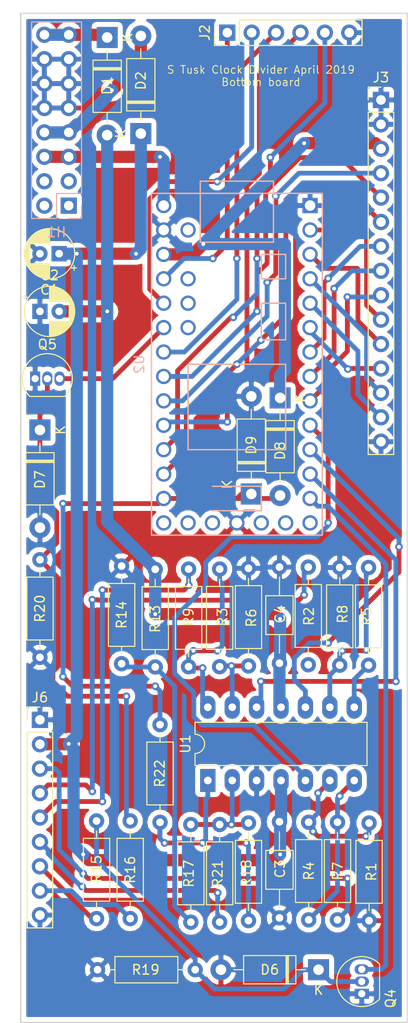
<source format=kicad_pcb>
(kicad_pcb (version 20171130) (host pcbnew "(5.0.1)-3")
  (layers (0 F.Cu signal) (31 B.Cu signal) (34 B.Paste user) (35 F.Paste user) (36 B.SilkS user) (37 F.SilkS user) (38 B.Mask user) (39 F.Mask user) (44 Edge.Cuts user))
  (net 0 "")
  (net 1 +12V)
  (net 2 GND)
  (net 3 -12V)
  (net 4 /+12V_in)
  (net 5 /-12V_in)
  (net 6 "Net-(D6-Pad1)")
  (net 7 "Net-(D7-Pad1)")
  (net 8 /CV_in)
  (net 9 /+3_3V)
  (net 10 "Net-(H1-Pad1)")
  (net 11 "Net-(H1-Pad2)")
  (net 12 "Net-(H1-Pad3)")
  (net 13 "Net-(H1-Pad4)")
  (net 14 +5V)
  (net 15 /LED_Sh_B)
  (net 16 /Pot_Length)
  (net 17 /Pot_Divisions)
  (net 18 /Pot_CVamt)
  (net 19 /EncoderA)
  (net 20 /EncoderB)
  (net 21 /EncoderSw)
  (net 22 /SW_DivEuc1)
  (net 23 /SW_DivEuc2)
  (net 24 /SW_CVassgn)
  (net 25 /SW_OutMode1)
  (net 26 /SW_OutMode2)
  (net 27 /Rin_B)
  (net 28 /CLin_B)
  (net 29 /CVin_B)
  (net 30 /OutT_B)
  (net 31 /OutM_B)
  (net 32 /OutC_B)
  (net 33 /Trigger_in)
  (net 34 /Cycle_in)
  (net 35 "Net-(R1-Pad1)")
  (net 36 "Net-(R2-Pad1)")
  (net 37 "Net-(R3-Pad1)")
  (net 38 "Net-(R4-Pad1)")
  (net 39 "Net-(R5-Pad1)")
  (net 40 "Net-(R6-Pad1)")
  (net 41 /Vref)
  (net 42 "Net-(R17-Pad1)")
  (net 43 "Net-(R21-Pad1)")
  (net 44 /CV_ind_LED_Length)
  (net 45 /CV_ind_LED_Divs)
  (net 46 /CV_ind_LED_shift)
  (net 47 /CV_ind_LED_shuffle)
  (net 48 /DigiOut_out)
  (net 49 /DigiOut_Cycle)
  (net 50 /DigiOut_Thru)
  (net 51 "Net-(U2-Pad18)")
  (net 52 "Net-(U2-Pad19)")
  (net 53 "Net-(U2-Pad20)")
  (net 54 "Net-(U2-Pad16)")
  (net 55 "Net-(U2-Pad15)")
  (net 56 "Net-(U2-Pad14)")
  (net 57 "Net-(U2-Pad34)")
  (net 58 "Net-(U2-Pad35)")
  (net 59 "Net-(U2-Pad36)")
  (net 60 "Net-(U2-Pad37)")
  (module Capacitor_THT:C_Axial_L3.8mm_D2.6mm_P10.00mm_Horizontal (layer F.Cu) (at 88.431834 109.106702 90)
    (fp_text reference C3 (at 5.106702 0.068166 90) (layer F.SilkS))
    (fp_text value C)
    (pad 2 thru_hole oval (at 10 0 90) (size 1.6 1.6) (drill 0.8) (layers *.Cu *.Mask) (net 1 +12V))
    (pad 1 thru_hole circle (at 0 0 90) (size 1.6 1.6) (drill 0.8) (layers *.Cu *.Mask) (net 2 GND))
  )
  (module Capacitor_THT:C_Axial_L3.8mm_D2.6mm_P10.00mm_Horizontal (layer F.Cu) (at 88.431834 82.606702 90)
    (fp_text reference C4 (at 5.106702 0.068166 90) (layer F.SilkS))
    (fp_text value C)
    (pad 2 thru_hole oval (at 10 0 90) (size 1.6 1.6) (drill 0.8) (layers *.Cu *.Mask) (net 2 GND))
    (pad 1 thru_hole circle (at 0 0 90) (size 1.6 1.6) (drill 0.8) (layers *.Cu *.Mask) (net 3 -12V))
  )
  (module Capacitor_THT:CP_Radial_D5.0mm_P2.00mm (layer F.Cu) (at 65.5 40 180)
    (fp_text reference C1 (at 1 -3.75 180) (layer F.SilkS))
    (fp_text value 10uF)
    (pad 1 thru_hole rect (at 0 0 180) (size 1.6 1.6) (drill 0.8) (layers *.Cu *.Mask) (net 1 +12V))
    (pad 2 thru_hole circle (at 2 0 180) (size 1.6 1.6) (drill 0.8) (layers *.Cu *.Mask) (net 2 GND))
  )
  (module Capacitor_THT:CP_Radial_D5.0mm_P2.00mm (layer F.Cu) (at 63.5 46)
    (fp_text reference C2 (at 1 -3.75) (layer F.SilkS))
    (fp_text value 10uF)
    (pad 2 thru_hole circle (at 2 0) (size 1.6 1.6) (drill 0.8) (layers *.Cu *.Mask) (net 3 -12V))
    (pad 1 thru_hole rect (at 0 0) (size 1.6 1.6) (drill 0.8) (layers *.Cu *.Mask) (net 2 GND))
  )
  (module Diode_THT:D_DO-41_SOD81_P10.16mm_Horizontal (layer F.Cu) (at 74 27.5 90)
    (fp_text reference D1 (at 5 -3.5 90) (layer F.SilkS))
    (fp_text value 1N4001)
    (fp_text user K (at 0 -2.1 90) (layer F.SilkS))
    (pad 2 thru_hole oval (at 10.16 0 90) (size 2.2 2.2) (drill 1.1) (layers *.Cu *.Mask) (net 4 /+12V_in))
    (pad 1 thru_hole rect (at 0 0 90) (size 2.2 2.2) (drill 1.1) (layers *.Cu *.Mask) (net 1 +12V))
  )
  (module Diode_THT:D_DO-41_SOD81_P10.16mm_Horizontal (layer F.Cu) (at 70.5 17.5 270)
    (fp_text reference D2 (at 4.5 -3.5 270) (layer F.SilkS))
    (fp_text value 1N4001)
    (fp_text user K (at 0 -2.1 270) (layer F.SilkS))
    (pad 1 thru_hole rect (at 0 0 270) (size 2.2 2.2) (drill 1.1) (layers *.Cu *.Mask) (net 5 /-12V_in))
    (pad 2 thru_hole oval (at 10.16 0 270) (size 2.2 2.2) (drill 1.1) (layers *.Cu *.Mask) (net 3 -12V))
  )
  (module Diode_THT:D_DO-41_SOD81_P10.16mm_Horizontal (layer F.Cu) (at 92.5 114.5 180)
    (fp_text reference D6 (at 5.08 0 180) (layer F.SilkS))
    (fp_text value 1N4001)
    (fp_text user K (at 0 -2.1 180) (layer F.SilkS))
    (pad 1 thru_hole rect (at 0 0 180) (size 2.2 2.2) (drill 1.1) (layers *.Cu *.Mask) (net 6 "Net-(D6-Pad1)"))
    (pad 2 thru_hole oval (at 10.16 0 180) (size 2.2 2.2) (drill 1.1) (layers *.Cu *.Mask) (net 2 GND))
  )
  (module Diode_THT:D_DO-41_SOD81_P10.16mm_Horizontal (layer F.Cu) (at 63.5 58.34 270)
    (fp_text reference D7 (at 5.16 0 270) (layer F.SilkS))
    (fp_text value 1N4001)
    (fp_text user K (at 0 -2.1 270) (layer F.SilkS))
    (pad 1 thru_hole rect (at 0 0 270) (size 2.2 2.2) (drill 1.1) (layers *.Cu *.Mask) (net 7 "Net-(D7-Pad1)"))
    (pad 2 thru_hole oval (at 10.16 0 270) (size 2.2 2.2) (drill 1.1) (layers *.Cu *.Mask) (net 2 GND))
  )
  (module Diode_THT:D_DO-41_SOD81_P10.16mm_Horizontal (layer F.Cu) (at 88.5 55 270)
    (fp_text reference D8 (at 5.5 0 270) (layer F.SilkS))
    (fp_text value 1N4001)
    (fp_text user K (at 0 -2.1 270) (layer F.SilkS))
    (pad 2 thru_hole oval (at 10.16 0 270) (size 2.2 2.2) (drill 1.1) (layers *.Cu *.Mask) (net 8 /CV_in))
    (pad 1 thru_hole rect (at 0 0 270) (size 2.2 2.2) (drill 1.1) (layers *.Cu *.Mask) (net 9 /+3_3V))
  )
  (module Diode_THT:D_DO-41_SOD81_P10.16mm_Horizontal (layer F.Cu) (at 85.5 65 90)
    (fp_text reference D9 (at 5.08 0 90) (layer F.SilkS))
    (fp_text value 1N4001)
    (fp_text user K (at 1 -2.5 90) (layer F.SilkS))
    (pad 2 thru_hole oval (at 10.16 0 90) (size 2.2 2.2) (drill 1.1) (layers *.Cu *.Mask) (net 2 GND))
    (pad 1 thru_hole rect (at 0 0 90) (size 2.2 2.2) (drill 1.1) (layers *.Cu *.Mask) (net 8 /CV_in))
  )
  (module Connector_PinSocket_2.54mm:PinSocket_2x08_P2.54mm_Vertical (layer B.Cu) (at 66.5 35)
    (fp_text reference H1 (at -1.27 2.77) (layer B.SilkS) (effects (justify mirror)))
    (fp_text value EURO_PWR_2X8)
    (pad 1 thru_hole rect (at 0 0) (size 1.7 1.7) (drill 1) (layers *.Cu *.Mask) (net 10 "Net-(H1-Pad1)"))
    (pad 2 thru_hole oval (at -2.54 0) (size 1.7 1.7) (drill 1) (layers *.Cu *.Mask) (net 11 "Net-(H1-Pad2)"))
    (pad 3 thru_hole oval (at 0 -2.54) (size 1.7 1.7) (drill 1) (layers *.Cu *.Mask) (net 12 "Net-(H1-Pad3)"))
    (pad 4 thru_hole oval (at -2.54 -2.54) (size 1.7 1.7) (drill 1) (layers *.Cu *.Mask) (net 13 "Net-(H1-Pad4)"))
    (pad 5 thru_hole oval (at 0 -5.08) (size 1.7 1.7) (drill 1) (layers *.Cu *.Mask) (net 14 +5V))
    (pad 6 thru_hole oval (at -2.54 -5.08) (size 1.7 1.7) (drill 1) (layers *.Cu *.Mask) (net 14 +5V))
    (pad 7 thru_hole oval (at 0 -7.62) (size 1.7 1.7) (drill 1) (layers *.Cu *.Mask) (net 4 /+12V_in))
    (pad 8 thru_hole oval (at -2.54 -7.62) (size 1.7 1.7) (drill 1) (layers *.Cu *.Mask) (net 4 /+12V_in))
    (pad 9 thru_hole oval (at 0 -10.16) (size 1.7 1.7) (drill 1) (layers *.Cu *.Mask) (net 2 GND))
    (pad 10 thru_hole oval (at -2.54 -10.16) (size 1.7 1.7) (drill 1) (layers *.Cu *.Mask) (net 2 GND))
    (pad 11 thru_hole oval (at 0 -12.7) (size 1.7 1.7) (drill 1) (layers *.Cu *.Mask) (net 2 GND))
    (pad 12 thru_hole oval (at -2.54 -12.7) (size 1.7 1.7) (drill 1) (layers *.Cu *.Mask) (net 2 GND))
    (pad 13 thru_hole oval (at 0 -15.24) (size 1.7 1.7) (drill 1) (layers *.Cu *.Mask) (net 2 GND))
    (pad 14 thru_hole oval (at -2.54 -15.24) (size 1.7 1.7) (drill 1) (layers *.Cu *.Mask) (net 2 GND))
    (pad 15 thru_hole oval (at 0 -17.78) (size 1.7 1.7) (drill 1) (layers *.Cu *.Mask) (net 5 /-12V_in))
    (pad 16 thru_hole oval (at -2.54 -17.78) (size 1.7 1.7) (drill 1) (layers *.Cu *.Mask) (net 5 /-12V_in))
  )
  (module Connector_PinHeader_2.54mm:PinHeader_1x06_P2.54mm_Vertical (layer F.Cu) (at 83 17 90)
    (fp_text reference J2 (at 0 -2.33 90) (layer F.SilkS))
    (fp_text value Conn_01x06_Male)
    (pad 6 thru_hole oval (at 0 12.7 90) (size 1.7 1.7) (drill 1) (layers *.Cu *.Mask) (net 2 GND))
    (pad 5 thru_hole oval (at 0 10.16 90) (size 1.7 1.7) (drill 1) (layers *.Cu *.Mask) (net 15 /LED_Sh_B))
    (pad 4 thru_hole oval (at 0 7.62 90) (size 1.7 1.7) (drill 1) (layers *.Cu *.Mask) (net 47 /CV_ind_LED_shuffle))
    (pad 3 thru_hole oval (at 0 5.08 90) (size 1.7 1.7) (drill 1) (layers *.Cu *.Mask) (net 46 /CV_ind_LED_shift))
    (pad 2 thru_hole oval (at 0 2.54 90) (size 1.7 1.7) (drill 1) (layers *.Cu *.Mask) (net 45 /CV_ind_LED_Divs))
    (pad 1 thru_hole rect (at 0 0 90) (size 1.7 1.7) (drill 1) (layers *.Cu *.Mask) (net 44 /CV_ind_LED_Length))
  )
  (module Connector_PinHeader_2.54mm:PinHeader_1x15_P2.54mm_Vertical (layer F.Cu) (at 99 24)
    (fp_text reference J3 (at 0 -2.33) (layer F.SilkS))
    (fp_text value Conn_01x15_Male)
    (pad 1 thru_hole rect (at 0 0) (size 1.7 1.7) (drill 1) (layers *.Cu *.Mask) (net 2 GND))
    (pad 2 thru_hole oval (at 0 2.54) (size 1.7 1.7) (drill 1) (layers *.Cu *.Mask) (net 2 GND))
    (pad 3 thru_hole oval (at 0 5.08) (size 1.7 1.7) (drill 1) (layers *.Cu *.Mask) (net 9 /+3_3V))
    (pad 4 thru_hole oval (at 0 7.62) (size 1.7 1.7) (drill 1) (layers *.Cu *.Mask) (net 16 /Pot_Length))
    (pad 5 thru_hole oval (at 0 10.16) (size 1.7 1.7) (drill 1) (layers *.Cu *.Mask) (net 17 /Pot_Divisions))
    (pad 6 thru_hole oval (at 0 12.7) (size 1.7 1.7) (drill 1) (layers *.Cu *.Mask) (net 18 /Pot_CVamt))
    (pad 7 thru_hole oval (at 0 15.24) (size 1.7 1.7) (drill 1) (layers *.Cu *.Mask) (net 19 /EncoderA))
    (pad 8 thru_hole oval (at 0 17.78) (size 1.7 1.7) (drill 1) (layers *.Cu *.Mask) (net 20 /EncoderB))
    (pad 9 thru_hole oval (at 0 20.32) (size 1.7 1.7) (drill 1) (layers *.Cu *.Mask) (net 21 /EncoderSw))
    (pad 10 thru_hole oval (at 0 22.86) (size 1.7 1.7) (drill 1) (layers *.Cu *.Mask) (net 22 /SW_DivEuc1))
    (pad 11 thru_hole oval (at 0 25.4) (size 1.7 1.7) (drill 1) (layers *.Cu *.Mask) (net 23 /SW_DivEuc2))
    (pad 12 thru_hole oval (at 0 27.94) (size 1.7 1.7) (drill 1) (layers *.Cu *.Mask) (net 24 /SW_CVassgn))
    (pad 13 thru_hole oval (at 0 30.48) (size 1.7 1.7) (drill 1) (layers *.Cu *.Mask) (net 25 /SW_OutMode1))
    (pad 14 thru_hole oval (at 0 33.02) (size 1.7 1.7) (drill 1) (layers *.Cu *.Mask) (net 26 /SW_OutMode2))
    (pad 15 thru_hole oval (at 0 35.56) (size 1.7 1.7) (drill 1) (layers *.Cu *.Mask) (net 2 GND))
  )
  (module Connector_PinHeader_2.54mm:PinHeader_1x09_P2.54mm_Vertical (layer F.Cu) (at 63.5 88.5)
    (fp_text reference J6 (at 0 -2.33) (layer F.SilkS))
    (fp_text value Conn_01x09_Male)
    (pad 9 thru_hole oval (at 0 20.32) (size 1.7 1.7) (drill 1) (layers *.Cu *.Mask) (net 2 GND))
    (pad 8 thru_hole oval (at 0 17.78) (size 1.7 1.7) (drill 1) (layers *.Cu *.Mask) (net 27 /Rin_B))
    (pad 7 thru_hole oval (at 0 15.24) (size 1.7 1.7) (drill 1) (layers *.Cu *.Mask) (net 28 /CLin_B))
    (pad 6 thru_hole oval (at 0 12.7) (size 1.7 1.7) (drill 1) (layers *.Cu *.Mask) (net 29 /CVin_B))
    (pad 5 thru_hole oval (at 0 10.16) (size 1.7 1.7) (drill 1) (layers *.Cu *.Mask) (net 30 /OutT_B))
    (pad 4 thru_hole oval (at 0 7.62) (size 1.7 1.7) (drill 1) (layers *.Cu *.Mask) (net 31 /OutM_B))
    (pad 3 thru_hole oval (at 0 5.08) (size 1.7 1.7) (drill 1) (layers *.Cu *.Mask) (net 32 /OutC_B))
    (pad 2 thru_hole oval (at 0 2.54) (size 1.7 1.7) (drill 1) (layers *.Cu *.Mask) (net 1 +12V))
    (pad 1 thru_hole rect (at 0 0) (size 1.7 1.7) (drill 1) (layers *.Cu *.Mask) (net 2 GND))
  )
  (module Package_TO_SOT_THT:TO-92_Inline (layer F.Cu) (at 97 117 90)
    (fp_text reference Q4 (at -0.5 3 90) (layer F.SilkS))
    (fp_text value 2N3904)
    (pad 1 thru_hole rect (at 0 0 90) (size 1.05 1.5) (drill 0.75) (layers *.Cu *.Mask) (net 2 GND))
    (pad 3 thru_hole oval (at 2.54 0 90) (size 1.05 1.5) (drill 0.75) (layers *.Cu *.Mask) (net 33 /Trigger_in))
    (pad 2 thru_hole oval (at 1.27 0 90) (size 1.05 1.5) (drill 0.75) (layers *.Cu *.Mask) (net 6 "Net-(D6-Pad1)"))
  )
  (module Package_TO_SOT_THT:TO-92_Inline (layer F.Cu) (at 63 53)
    (fp_text reference Q5 (at 1.27 -3.56) (layer F.SilkS))
    (fp_text value 2N3904)
    (pad 2 thru_hole oval (at 1.27 0) (size 1.05 1.5) (drill 0.75) (layers *.Cu *.Mask) (net 7 "Net-(D7-Pad1)"))
    (pad 3 thru_hole oval (at 2.54 0) (size 1.05 1.5) (drill 0.75) (layers *.Cu *.Mask) (net 34 /Cycle_in))
    (pad 1 thru_hole rect (at 0 0) (size 1.05 1.5) (drill 0.75) (layers *.Cu *.Mask) (net 2 GND))
  )
  (module Resistor_THT:R_Axial_DIN0207_L6.3mm_D2.5mm_P10.16mm_Horizontal (layer F.Cu) (at 97.75909 99.236542 270)
    (fp_text reference R1 (at 5.08 -0.24091 270) (layer F.SilkS))
    (fp_text value 100k)
    (pad 1 thru_hole circle (at 0 0 270) (size 1.6 1.6) (drill 0.8) (layers *.Cu *.Mask) (net 35 "Net-(R1-Pad1)"))
    (pad 2 thru_hole oval (at 10.16 0 270) (size 1.6 1.6) (drill 0.8) (layers *.Cu *.Mask) (net 2 GND))
  )
  (module Resistor_THT:R_Axial_DIN0207_L6.3mm_D2.5mm_P10.16mm_Horizontal (layer F.Cu) (at 94.705873 82.811486 90)
    (fp_text reference R2 (at 5.08 -3.205873 90) (layer F.SilkS))
    (fp_text value 100k)
    (pad 2 thru_hole oval (at 10.16 0 90) (size 1.6 1.6) (drill 0.8) (layers *.Cu *.Mask) (net 2 GND))
    (pad 1 thru_hole circle (at 0 0 90) (size 1.6 1.6) (drill 0.8) (layers *.Cu *.Mask) (net 36 "Net-(R2-Pad1)"))
  )
  (module Resistor_THT:R_Axial_DIN0207_L6.3mm_D2.5mm_P10.16mm_Horizontal (layer F.Cu) (at 85.205873 82.890678 90)
    (fp_text reference R3 (at 5.08 -2.705873 90) (layer F.SilkS))
    (fp_text value 100k)
    (pad 1 thru_hole circle (at 0 0 90) (size 1.6 1.6) (drill 0.8) (layers *.Cu *.Mask) (net 37 "Net-(R3-Pad1)"))
    (pad 2 thru_hole oval (at 10.16 0 90) (size 1.6 1.6) (drill 0.8) (layers *.Cu *.Mask) (net 2 GND))
  )
  (module Resistor_THT:R_Axial_DIN0207_L6.3mm_D2.5mm_P10.16mm_Horizontal (layer F.Cu) (at 91.473391 109.311486 90)
    (fp_text reference R4 (at 5.08 0.026609 90) (layer F.SilkS))
    (fp_text value 47k)
    (pad 2 thru_hole oval (at 10.16 0 90) (size 1.6 1.6) (drill 0.8) (layers *.Cu *.Mask) (net 35 "Net-(R1-Pad1)"))
    (pad 1 thru_hole circle (at 0 0 90) (size 1.6 1.6) (drill 0.8) (layers *.Cu *.Mask) (net 38 "Net-(R4-Pad1)"))
  )
  (module Resistor_THT:R_Axial_DIN0207_L6.3mm_D2.5mm_P10.16mm_Horizontal (layer F.Cu) (at 97.705873 82.811486 90)
    (fp_text reference R5 (at 5.08 -0.205873 90) (layer F.SilkS))
    (fp_text value 47k)
    (pad 1 thru_hole circle (at 0 0 90) (size 1.6 1.6) (drill 0.8) (layers *.Cu *.Mask) (net 39 "Net-(R5-Pad1)"))
    (pad 2 thru_hole oval (at 10.16 0 90) (size 1.6 1.6) (drill 0.8) (layers *.Cu *.Mask) (net 36 "Net-(R2-Pad1)"))
  )
  (module Resistor_THT:R_Axial_DIN0207_L6.3mm_D2.5mm_P10.16mm_Horizontal (layer F.Cu) (at 82.205873 72.811486 270)
    (fp_text reference R6 (at 5.08 -3.294127 270) (layer F.SilkS))
    (fp_text value 47k)
    (pad 1 thru_hole circle (at 0 0 270) (size 1.6 1.6) (drill 0.8) (layers *.Cu *.Mask) (net 40 "Net-(R6-Pad1)"))
    (pad 2 thru_hole oval (at 10.16 0 270) (size 1.6 1.6) (drill 0.8) (layers *.Cu *.Mask) (net 37 "Net-(R3-Pad1)"))
  )
  (module Resistor_THT:R_Axial_DIN0207_L6.3mm_D2.5mm_P10.16mm_Horizontal (layer F.Cu) (at 94.473391 109.311486 90)
    (fp_text reference R7 (at 5.08 0.026609 90) (layer F.SilkS))
    (fp_text value 1k)
    (pad 1 thru_hole circle (at 0 0 90) (size 1.6 1.6) (drill 0.8) (layers *.Cu *.Mask) (net 32 /OutC_B))
    (pad 2 thru_hole oval (at 10.16 0 90) (size 1.6 1.6) (drill 0.8) (layers *.Cu *.Mask) (net 38 "Net-(R4-Pad1)"))
  )
  (module Resistor_THT:R_Axial_DIN0207_L6.3mm_D2.5mm_P10.16mm_Horizontal (layer F.Cu) (at 91.431834 72.606702 270)
    (fp_text reference R8 (at 4.893298 -3.568166 270) (layer F.SilkS))
    (fp_text value 1k)
    (pad 1 thru_hole circle (at 0 0 270) (size 1.6 1.6) (drill 0.8) (layers *.Cu *.Mask) (net 31 /OutM_B))
    (pad 2 thru_hole oval (at 10.16 0 270) (size 1.6 1.6) (drill 0.8) (layers *.Cu *.Mask) (net 39 "Net-(R5-Pad1)"))
  )
  (module Resistor_THT:R_Axial_DIN0207_L6.3mm_D2.5mm_P10.16mm_Horizontal (layer F.Cu) (at 78.973391 72.811486 270)
    (fp_text reference R9 (at 5 0 270) (layer F.SilkS))
    (fp_text value 1k)
    (pad 2 thru_hole oval (at 10.16 0 270) (size 1.6 1.6) (drill 0.8) (layers *.Cu *.Mask) (net 40 "Net-(R6-Pad1)"))
    (pad 1 thru_hole circle (at 0 0 270) (size 1.6 1.6) (drill 0.8) (layers *.Cu *.Mask) (net 30 /OutT_B))
  )
  (module Resistor_THT:R_Axial_DIN0207_L6.3mm_D2.5mm_P10.16mm_Horizontal (layer F.Cu) (at 75.5 83 90)
    (fp_text reference R13 (at 5 0 90) (layer F.SilkS))
    (fp_text value 11k)
    (pad 2 thru_hole oval (at 10.16 0 90) (size 1.6 1.6) (drill 0.8) (layers *.Cu *.Mask) (net 3 -12V))
    (pad 1 thru_hole circle (at 0 0 90) (size 1.6 1.6) (drill 0.8) (layers *.Cu *.Mask) (net 41 /Vref))
  )
  (module Resistor_THT:R_Axial_DIN0207_L6.3mm_D2.5mm_P10.16mm_Horizontal (layer F.Cu) (at 72 72.5 270)
    (fp_text reference R14 (at 5.08 0 270) (layer F.SilkS))
    (fp_text value 91k)
    (pad 2 thru_hole oval (at 10.16 0 270) (size 1.6 1.6) (drill 0.8) (layers *.Cu *.Mask) (net 41 /Vref))
    (pad 1 thru_hole circle (at 0 0 270) (size 1.6 1.6) (drill 0.8) (layers *.Cu *.Mask) (net 2 GND))
  )
  (module Resistor_THT:R_Axial_DIN0207_L6.3mm_D2.5mm_P10.16mm_Horizontal (layer F.Cu) (at 69.394226 99.018477 270)
    (fp_text reference R15 (at 5 0 270) (layer F.SilkS))
    (fp_text value 100k)
    (pad 1 thru_hole circle (at 0 0 270) (size 1.6 1.6) (drill 0.8) (layers *.Cu *.Mask) (net 6 "Net-(D6-Pad1)"))
    (pad 2 thru_hole oval (at 10.16 0 270) (size 1.6 1.6) (drill 0.8) (layers *.Cu *.Mask) (net 28 /CLin_B))
  )
  (module Resistor_THT:R_Axial_DIN0207_L6.3mm_D2.5mm_P10.16mm_Horizontal (layer F.Cu) (at 72.894226 99.018477 270)
    (fp_text reference R16 (at 5.08 0 270) (layer F.SilkS))
    (fp_text value 100k)
    (pad 2 thru_hole oval (at 10.16 0 270) (size 1.6 1.6) (drill 0.8) (layers *.Cu *.Mask) (net 27 /Rin_B))
    (pad 1 thru_hole circle (at 0 0 270) (size 1.6 1.6) (drill 0.8) (layers *.Cu *.Mask) (net 7 "Net-(D7-Pad1)"))
  )
  (module Resistor_THT:R_Axial_DIN0207_L6.3mm_D2.5mm_P10.16mm_Horizontal (layer F.Cu) (at 79.205873 99.390678 270)
    (fp_text reference R17 (at 5.109322 0.205873 270) (layer F.SilkS))
    (fp_text value 100k)
    (pad 1 thru_hole circle (at 0 0 270) (size 1.6 1.6) (drill 0.8) (layers *.Cu *.Mask) (net 42 "Net-(R17-Pad1)"))
    (pad 2 thru_hole oval (at 10.16 0 270) (size 1.6 1.6) (drill 0.8) (layers *.Cu *.Mask) (net 41 /Vref))
  )
  (module Resistor_THT:R_Axial_DIN0207_L6.3mm_D2.5mm_P10.16mm_Horizontal (layer F.Cu) (at 82.205873 99.390678 270)
    (fp_text reference R18 (at 5.08 -2.794127 270) (layer F.SilkS))
    (fp_text value 100k)
    (pad 2 thru_hole oval (at 10.16 0 270) (size 1.6 1.6) (drill 0.8) (layers *.Cu *.Mask) (net 29 /CVin_B))
    (pad 1 thru_hole circle (at 0 0 270) (size 1.6 1.6) (drill 0.8) (layers *.Cu *.Mask) (net 42 "Net-(R17-Pad1)"))
  )
  (module Resistor_THT:R_Axial_DIN0207_L6.3mm_D2.5mm_P10.16mm_Horizontal (layer F.Cu) (at 69.5 114.5)
    (fp_text reference R19 (at 5 0) (layer F.SilkS))
    (fp_text value 33k)
    (pad 2 thru_hole oval (at 10.16 0) (size 1.6 1.6) (drill 0.8) (layers *.Cu *.Mask) (net 6 "Net-(D6-Pad1)"))
    (pad 1 thru_hole circle (at 0 0) (size 1.6 1.6) (drill 0.8) (layers *.Cu *.Mask) (net 2 GND))
  )
  (module Resistor_THT:R_Axial_DIN0207_L6.3mm_D2.5mm_P10.16mm_Horizontal (layer F.Cu) (at 63.5 82 90)
    (fp_text reference R20 (at 5.08 0 90) (layer F.SilkS))
    (fp_text value 33k)
    (pad 1 thru_hole circle (at 0 0 90) (size 1.6 1.6) (drill 0.8) (layers *.Cu *.Mask) (net 2 GND))
    (pad 2 thru_hole oval (at 10.16 0 90) (size 1.6 1.6) (drill 0.8) (layers *.Cu *.Mask) (net 7 "Net-(D7-Pad1)"))
  )
  (module Resistor_THT:R_Axial_DIN0207_L6.3mm_D2.5mm_P10.16mm_Horizontal (layer F.Cu) (at 85.205873 109.390678 90)
    (fp_text reference R21 (at 4.890678 -3.205873 90) (layer F.SilkS))
    (fp_text value 15k)
    (pad 1 thru_hole circle (at 0 0 90) (size 1.6 1.6) (drill 0.8) (layers *.Cu *.Mask) (net 43 "Net-(R21-Pad1)"))
    (pad 2 thru_hole oval (at 10.16 0 90) (size 1.6 1.6) (drill 0.8) (layers *.Cu *.Mask) (net 42 "Net-(R17-Pad1)"))
  )
  (module Resistor_THT:R_Axial_DIN0207_L6.3mm_D2.5mm_P10.16mm_Horizontal (layer F.Cu) (at 76 89 270)
    (fp_text reference R22 (at 5.08 0.026609 270) (layer F.SilkS))
    (fp_text value 10k)
    (pad 2 thru_hole oval (at 10.16 0 270) (size 1.6 1.6) (drill 0.8) (layers *.Cu *.Mask) (net 43 "Net-(R21-Pad1)"))
    (pad 1 thru_hole circle (at 0 0 270) (size 1.6 1.6) (drill 0.8) (layers *.Cu *.Mask) (net 8 /CV_in))
  )
  (module Package_DIP:DIP-14_W7.62mm_LongPads (layer F.Cu) (at 80.973391 94.811486 90)
    (fp_text reference U1 (at 3.81 -2.33 90) (layer F.SilkS))
    (fp_text value TL074)
    (pad 1 thru_hole rect (at 0 0 90) (size 2.4 1.6) (drill 0.8) (layers *.Cu *.Mask) (net 43 "Net-(R21-Pad1)"))
    (pad 8 thru_hole oval (at 7.62 15.24 90) (size 2.4 1.6) (drill 0.8) (layers *.Cu *.Mask) (net 39 "Net-(R5-Pad1)"))
    (pad 2 thru_hole oval (at 0 2.54 90) (size 2.4 1.6) (drill 0.8) (layers *.Cu *.Mask) (net 42 "Net-(R17-Pad1)"))
    (pad 9 thru_hole oval (at 7.62 12.7 90) (size 2.4 1.6) (drill 0.8) (layers *.Cu *.Mask) (net 36 "Net-(R2-Pad1)"))
    (pad 3 thru_hole oval (at 0 5.08 90) (size 2.4 1.6) (drill 0.8) (layers *.Cu *.Mask) (net 2 GND))
    (pad 10 thru_hole oval (at 7.62 10.16 90) (size 2.4 1.6) (drill 0.8) (layers *.Cu *.Mask) (net 48 /DigiOut_out))
    (pad 4 thru_hole oval (at 0 7.62 90) (size 2.4 1.6) (drill 0.8) (layers *.Cu *.Mask) (net 1 +12V))
    (pad 11 thru_hole oval (at 7.62 7.62 90) (size 2.4 1.6) (drill 0.8) (layers *.Cu *.Mask) (net 3 -12V))
    (pad 5 thru_hole oval (at 0 10.16 90) (size 2.4 1.6) (drill 0.8) (layers *.Cu *.Mask) (net 49 /DigiOut_Cycle))
    (pad 12 thru_hole oval (at 7.62 5.08 90) (size 2.4 1.6) (drill 0.8) (layers *.Cu *.Mask) (net 50 /DigiOut_Thru))
    (pad 6 thru_hole oval (at 0 12.7 90) (size 2.4 1.6) (drill 0.8) (layers *.Cu *.Mask) (net 35 "Net-(R1-Pad1)"))
    (pad 13 thru_hole oval (at 7.62 2.54 90) (size 2.4 1.6) (drill 0.8) (layers *.Cu *.Mask) (net 37 "Net-(R3-Pad1)"))
    (pad 7 thru_hole oval (at 0 15.24 90) (size 2.4 1.6) (drill 0.8) (layers *.Cu *.Mask) (net 38 "Net-(R4-Pad1)"))
    (pad 14 thru_hole oval (at 7.62 0 90) (size 2.4 1.6) (drill 0.8) (layers *.Cu *.Mask) (net 40 "Net-(R6-Pad1)"))
  )
  (module teensy:TeensyLC_fixed_pads (layer B.Cu) (at 84 51.5 270)
    (fp_text reference U2 (at 0 10.16 270) (layer B.SilkS) (effects (justify mirror)))
    (fp_text value Teensy-LC)
    (pad 17 thru_hole circle (at 16.51 0 270) (size 1.6 1.6) (drill 1.1) (layers *.Cu *.Mask) (net 2 GND))
    (pad 18 thru_hole circle (at 16.51 2.54 270) (size 1.6 1.6) (drill 1.1) (layers *.Cu *.Mask) (net 51 "Net-(U2-Pad18)"))
    (pad 19 thru_hole circle (at 16.51 5.08 270) (size 1.6 1.6) (drill 1.1) (layers *.Cu *.Mask) (net 52 "Net-(U2-Pad19)"))
    (pad 20 thru_hole circle (at 16.51 7.62 270) (size 1.6 1.6) (drill 1.1) (layers *.Cu *.Mask) (net 53 "Net-(U2-Pad20)"))
    (pad 16 thru_hole circle (at 16.51 -2.54 270) (size 1.6 1.6) (drill 1.1) (layers *.Cu *.Mask) (net 54 "Net-(U2-Pad16)"))
    (pad 15 thru_hole circle (at 16.51 -5.08 270) (size 1.6 1.6) (drill 1.1) (layers *.Cu *.Mask) (net 55 "Net-(U2-Pad15)"))
    (pad 14 thru_hole circle (at 16.51 -7.62 270) (size 1.6 1.6) (drill 1.1) (layers *.Cu *.Mask) (net 56 "Net-(U2-Pad14)"))
    (pad 21 thru_hole circle (at 13.97 7.62 270) (size 1.6 1.6) (drill 1.1) (layers *.Cu *.Mask) (net 8 /CV_in))
    (pad 22 thru_hole circle (at 11.43 7.62 270) (size 1.6 1.6) (drill 1.1) (layers *.Cu *.Mask) (net 18 /Pot_CVamt))
    (pad 23 thru_hole circle (at 8.89 7.62 270) (size 1.6 1.6) (drill 1.1) (layers *.Cu *.Mask) (net 15 /LED_Sh_B))
    (pad 24 thru_hole circle (at 6.35 7.62 270) (size 1.6 1.6) (drill 1.1) (layers *.Cu *.Mask) (net 47 /CV_ind_LED_shuffle))
    (pad 25 thru_hole circle (at 3.81 7.62 270) (size 1.6 1.6) (drill 1.1) (layers *.Cu *.Mask) (net 16 /Pot_Length))
    (pad 26 thru_hole circle (at 1.27 7.62 270) (size 1.6 1.6) (drill 1.1) (layers *.Cu *.Mask) (net 17 /Pot_Divisions))
    (pad 27 thru_hole circle (at -1.27 7.62 270) (size 1.6 1.6) (drill 1.1) (layers *.Cu *.Mask) (net 46 /CV_ind_LED_shift))
    (pad 28 thru_hole circle (at -3.81 7.62 270) (size 1.6 1.6) (drill 1.1) (layers *.Cu *.Mask) (net 34 /Cycle_in))
    (pad 29 thru_hole circle (at -6.35 7.62 270) (size 1.6 1.6) (drill 1.1) (layers *.Cu *.Mask) (net 45 /CV_ind_LED_Divs))
    (pad 30 thru_hole circle (at -8.89 7.62 270) (size 1.6 1.6) (drill 1.1) (layers *.Cu *.Mask) (net 44 /CV_ind_LED_Length))
    (pad 31 thru_hole circle (at -11.43 7.62 270) (size 1.6 1.6) (drill 1.1) (layers *.Cu *.Mask) (net 9 /+3_3V))
    (pad 32 thru_hole circle (at -13.97 7.62 270) (size 1.6 1.6) (drill 1.1) (layers *.Cu *.Mask) (net 2 GND))
    (pad 33 thru_hole circle (at -16.51 7.62 270) (size 1.6 1.6) (drill 1.1) (layers *.Cu *.Mask) (net 14 +5V))
    (pad 34 thru_hole circle (at -13.97 5.08 270) (size 1.6 1.6) (drill 1.1) (layers *.Cu *.Mask) (net 57 "Net-(U2-Pad34)"))
    (pad 35 thru_hole circle (at -8.89 5.08 270) (size 1.6 1.6) (drill 1.1) (layers *.Cu *.Mask) (net 58 "Net-(U2-Pad35)"))
    (pad 36 thru_hole circle (at -6.35 5.08 270) (size 1.6 1.6) (drill 1.1) (layers *.Cu *.Mask) (net 59 "Net-(U2-Pad36)"))
    (pad 37 thru_hole circle (at -3.81 5.08 270) (size 1.6 1.6) (drill 1.1) (layers *.Cu *.Mask) (net 60 "Net-(U2-Pad37)"))
    (pad 13 thru_hole circle (at 13.97 -7.62 270) (size 1.6 1.6) (drill 1.1) (layers *.Cu *.Mask) (net 33 /Trigger_in))
    (pad 12 thru_hole circle (at 11.43 -7.62 270) (size 1.6 1.6) (drill 1.1) (layers *.Cu *.Mask) (net 50 /DigiOut_Thru))
    (pad 11 thru_hole circle (at 8.89 -7.62 270) (size 1.6 1.6) (drill 1.1) (layers *.Cu *.Mask) (net 48 /DigiOut_out))
    (pad 10 thru_hole circle (at 6.35 -7.62 270) (size 1.6 1.6) (drill 1.1) (layers *.Cu *.Mask) (net 49 /DigiOut_Cycle))
    (pad 9 thru_hole circle (at 3.81 -7.62 270) (size 1.6 1.6) (drill 1.1) (layers *.Cu *.Mask) (net 21 /EncoderSw))
    (pad 8 thru_hole circle (at 1.27 -7.62 270) (size 1.6 1.6) (drill 1.1) (layers *.Cu *.Mask) (net 20 /EncoderB))
    (pad 7 thru_hole circle (at -1.27 -7.62 270) (size 1.6 1.6) (drill 1.1) (layers *.Cu *.Mask) (net 19 /EncoderA))
    (pad 6 thru_hole circle (at -3.81 -7.62 270) (size 1.6 1.6) (drill 1.1) (layers *.Cu *.Mask) (net 24 /SW_CVassgn))
    (pad 5 thru_hole circle (at -6.35 -7.62 270) (size 1.6 1.6) (drill 1.1) (layers *.Cu *.Mask) (net 26 /SW_OutMode2))
    (pad 4 thru_hole circle (at -8.89 -7.62 270) (size 1.6 1.6) (drill 1.1) (layers *.Cu *.Mask) (net 25 /SW_OutMode1))
    (pad 3 thru_hole circle (at -11.43 -7.62 270) (size 1.6 1.6) (drill 1.1) (layers *.Cu *.Mask) (net 23 /SW_DivEuc2))
    (pad 2 thru_hole circle (at -13.97 -7.62 270) (size 1.6 1.6) (drill 1.1) (layers *.Cu *.Mask) (net 22 /SW_DivEuc1))
    (pad 1 thru_hole rect (at -16.51 -7.62 270) (size 1.6 1.6) (drill 1.1) (layers *.Cu *.Mask) (net 2 GND))
  )
  (gr_text "S Tusk Clock Divider April 2019\nBottom board" (at 86.5 21.5) (layer F.SilkS) (effects (font (size 0.8 0.8) (thickness 0.1))))
  (gr_line (start 61.5 120) (end 101.75 120) (layer Edge.Cuts) (width 0.15))
  (gr_line (start 101.75 15) (end 101.75 120) (layer Edge.Cuts) (width 0.15))
  (gr_line (start 61.5 15) (end 61.5 120) (layer Edge.Cuts) (width 0.15))
  (gr_line (start 61.5 15) (end 101.75 15) (layer Edge.Cuts) (width 0.15))
  (segment (start 88.593391 98.945145) (end 88.431834 99.106702) (width 1.27) (layer B.Cu) (net 1))
  (segment (start 88.593391 94.811486) (end 88.593391 98.945145) (width 1.27) (layer B.Cu) (net 1))
  (segment (start 74 27.5) (end 74 27.635) (width 1.27) (layer F.Cu) (net 1))
  (segment (start 65.5 40) (end 67.32999 40) (width 1.27) (layer B.Cu) (net 1))
  (via (at 66.5 91) (size 1.2) (drill 0.4) (layers F.Cu B.Cu) (net 1))
  (segment (start 63.5 91.04) (end 66.46 91.04) (width 1.27) (layer F.Cu) (net 1))
  (segment (start 66.46 91.04) (end 66.5 91) (width 1.27) (layer F.Cu) (net 1))
  (segment (start 66.5 91) (end 67 91.5) (width 1.27) (layer B.Cu) (net 1))
  (via (at 68 102.5) (size 1.2) (drill 0.4) (layers F.Cu B.Cu) (net 1))
  (segment (start 67 91.5) (end 67 101.5) (width 1.27) (layer B.Cu) (net 1))
  (segment (start 67 101.5) (end 68 102.5) (width 1.27) (layer B.Cu) (net 1))
  (via (at 88.5 102.5) (size 1.2) (drill 0.4) (layers F.Cu B.Cu) (net 1))
  (segment (start 87.900001 103.099999) (end 88.5 102.5) (width 1.27) (layer F.Cu) (net 1))
  (segment (start 68 102.5) (end 68.599999 103.099999) (width 1.27) (layer F.Cu) (net 1))
  (segment (start 68.599999 103.099999) (end 87.900001 103.099999) (width 1.27) (layer F.Cu) (net 1))
  (segment (start 88.5 99.174868) (end 88.431834 99.106702) (width 1.27) (layer B.Cu) (net 1))
  (segment (start 88.5 102.5) (end 88.5 99.174868) (width 1.27) (layer B.Cu) (net 1))
  (segment (start 67.099999 90.400001) (end 66.5 91) (width 1.27) (layer B.Cu) (net 1))
  (segment (start 67.335001 90.164999) (end 67.099999 90.400001) (width 1.27) (layer B.Cu) (net 1))
  (segment (start 67.335001 45.119199) (end 67.335001 90.164999) (width 1.27) (layer B.Cu) (net 1))
  (segment (start 67.32999 45.114188) (end 67.335001 45.119199) (width 1.27) (layer B.Cu) (net 1))
  (segment (start 67.32999 40) (end 67.32999 45.114188) (width 1.27) (layer B.Cu) (net 1))
  (via (at 73.5 40) (size 1.2) (drill 0.4) (layers F.Cu B.Cu) (net 1))
  (segment (start 74 27.5) (end 74 39.5) (width 1.27) (layer B.Cu) (net 1))
  (segment (start 74 39.5) (end 73.5 40) (width 1.27) (layer B.Cu) (net 1))
  (via (at 67.32999 40) (size 1.2) (drill 0.4) (layers F.Cu B.Cu) (net 1))
  (segment (start 73.5 40) (end 67.32999 40) (width 1.27) (layer F.Cu) (net 1))
  (segment (start 66.5 19.76) (end 63.96 19.76) (width 0.5) (layer B.Cu) (net 2))
  (segment (start 63.96 19.76) (end 63.96 22.3) (width 0.5) (layer B.Cu) (net 2))
  (segment (start 63.96 22.3) (end 63.96 24.84) (width 0.5) (layer B.Cu) (net 2))
  (segment (start 63.96 24.84) (end 66.5 24.84) (width 0.5) (layer B.Cu) (net 2))
  (segment (start 66.5 24.84) (end 66.5 22.3) (width 0.5) (layer B.Cu) (net 2))
  (segment (start 66.5 22.3) (end 66.5 19.76) (width 0.5) (layer B.Cu) (net 2))
  (segment (start 66.5 22.3) (end 63.96 22.3) (width 0.5) (layer B.Cu) (net 2))
  (segment (start 88.431834 87.029929) (end 88.593391 87.191486) (width 1.27) (layer B.Cu) (net 3))
  (segment (start 88.431834 82.606702) (end 88.431834 87.029929) (width 1.27) (layer B.Cu) (net 3))
  (via (at 88.5 78) (size 1.2) (drill 0.4) (layers F.Cu B.Cu) (net 3))
  (segment (start 88 77.5) (end 88.5 78) (width 1.27) (layer F.Cu) (net 3))
  (segment (start 88.5 82.538536) (end 88.431834 82.606702) (width 1.27) (layer B.Cu) (net 3))
  (segment (start 88.5 78) (end 88.5 82.538536) (width 1.27) (layer B.Cu) (net 3))
  (via (at 75.5 77.5) (size 1.2) (drill 0.4) (layers F.Cu B.Cu) (net 3))
  (segment (start 75.5 72.84) (end 75.5 77.5) (width 1.27) (layer B.Cu) (net 3))
  (segment (start 75.5 77.5) (end 88 77.5) (width 1.27) (layer F.Cu) (net 3))
  (via (at 70.5 46) (size 1.2) (drill 0.4) (layers F.Cu B.Cu) (net 3))
  (segment (start 65.5 46) (end 70.5 46) (width 1.27) (layer F.Cu) (net 3))
  (segment (start 70.5 27.66) (end 70.5 46) (width 1.27) (layer B.Cu) (net 3))
  (segment (start 70.5 67.84) (end 75.5 72.84) (width 1.27) (layer B.Cu) (net 3))
  (segment (start 70.5 46) (end 70.5 67.84) (width 1.27) (layer B.Cu) (net 3))
  (via (at 71 23) (size 1.2) (drill 0.4) (layers F.Cu B.Cu) (net 4))
  (segment (start 74 17.34) (end 74 20) (width 1.27) (layer F.Cu) (net 4))
  (segment (start 74 20) (end 71 23) (width 1.27) (layer F.Cu) (net 4))
  (segment (start 67.349999 26.530001) (end 66.5 27.38) (width 1.27) (layer B.Cu) (net 4))
  (segment (start 67.599801 26.530001) (end 67.349999 26.530001) (width 1.27) (layer B.Cu) (net 4))
  (segment (start 70.400001 23.729801) (end 67.599801 26.530001) (width 1.27) (layer B.Cu) (net 4))
  (segment (start 70.400001 23.599999) (end 70.400001 23.729801) (width 1.27) (layer B.Cu) (net 4))
  (segment (start 71 23) (end 70.400001 23.599999) (width 1.27) (layer B.Cu) (net 4))
  (segment (start 66.5 27.38) (end 63.96 27.38) (width 1.27) (layer B.Cu) (net 4))
  (segment (start 70.22 17.22) (end 70.5 17.5) (width 1.27) (layer F.Cu) (net 5))
  (segment (start 66.5 17.22) (end 70.22 17.22) (width 1.27) (layer F.Cu) (net 5))
  (segment (start 66.5 17.22) (end 63.96 17.22) (width 1.27) (layer B.Cu) (net 5))
  (segment (start 93.73 115.73) (end 92.5 114.5) (width 0.5) (layer B.Cu) (net 6))
  (segment (start 97 115.73) (end 93.73 115.73) (width 0.5) (layer B.Cu) (net 6))
  (segment (start 90.9 114.5) (end 92.5 114.5) (width 0.5) (layer B.Cu) (net 6))
  (segment (start 88.9 116.5) (end 90.9 114.5) (width 0.5) (layer B.Cu) (net 6))
  (segment (start 81.66 116.5) (end 88.9 116.5) (width 0.5) (layer B.Cu) (net 6))
  (segment (start 79.66 114.5) (end 81.66 116.5) (width 0.5) (layer B.Cu) (net 6))
  (segment (start 69.394226 100.149847) (end 69.394226 99.018477) (width 0.5) (layer B.Cu) (net 6))
  (segment (start 69.394226 103.102856) (end 69.394226 100.149847) (width 0.5) (layer B.Cu) (net 6))
  (segment (start 79.66 113.36863) (end 69.394226 103.102856) (width 0.5) (layer B.Cu) (net 6))
  (segment (start 79.66 114.5) (end 79.66 113.36863) (width 0.5) (layer B.Cu) (net 6))
  (segment (start 64.27 54.25) (end 64.27 53) (width 0.5) (layer F.Cu) (net 7))
  (segment (start 64.27 55.97) (end 64.27 54.25) (width 0.5) (layer F.Cu) (net 7))
  (segment (start 63.5 56.74) (end 64.27 55.97) (width 0.5) (layer F.Cu) (net 7))
  (segment (start 63.5 58.34) (end 63.5 56.74) (width 0.5) (layer F.Cu) (net 7))
  (segment (start 63.5 59.94) (end 63.5 58.34) (width 0.5) (layer F.Cu) (net 7))
  (segment (start 63.5 65.154001) (end 63.5 59.94) (width 0.5) (layer F.Cu) (net 7))
  (segment (start 65.250001 66.904002) (end 63.5 65.154001) (width 0.5) (layer F.Cu) (net 7))
  (segment (start 65.250001 70.089999) (end 65.250001 66.904002) (width 0.5) (layer F.Cu) (net 7))
  (segment (start 63.5 71.84) (end 65.250001 70.089999) (width 0.5) (layer F.Cu) (net 7))
  (via (at 72.5 86.05) (size 0.8) (drill 0.4) (layers F.Cu B.Cu) (net 7))
  (segment (start 65.396 73.736) (end 65.396 82.949999) (width 0.5) (layer F.Cu) (net 7))
  (segment (start 63.5 71.84) (end 65.396 73.736) (width 0.5) (layer F.Cu) (net 7))
  (segment (start 65.396 82.949999) (end 64.85 83.495999) (width 0.5) (layer F.Cu) (net 7))
  (segment (start 64.85 83.495999) (end 64.85 84.504001) (width 0.5) (layer F.Cu) (net 7))
  (segment (start 64.85 84.504001) (end 66.395999 86.05) (width 0.5) (layer F.Cu) (net 7))
  (segment (start 66.395999 86.05) (end 72.5 86.05) (width 0.5) (layer F.Cu) (net 7))
  (segment (start 72.5 98.624251) (end 72.894226 99.018477) (width 0.5) (layer B.Cu) (net 7))
  (segment (start 72.5 86.05) (end 72.5 98.624251) (width 0.5) (layer B.Cu) (net 7))
  (via (at 75.5 85) (size 0.8) (drill 0.4) (layers F.Cu B.Cu) (net 8))
  (segment (start 76 89) (end 76 85.5) (width 0.5) (layer B.Cu) (net 8))
  (segment (start 76 85.5) (end 75.5 85) (width 0.5) (layer B.Cu) (net 8))
  (via (at 65.900001 84) (size 0.8) (drill 0.4) (layers F.Cu B.Cu) (net 8))
  (segment (start 75.5 85) (end 66.900001 85) (width 0.5) (layer F.Cu) (net 8))
  (segment (start 66.900001 85) (end 65.900001 84) (width 0.5) (layer F.Cu) (net 8))
  (via (at 65.900001 66) (size 0.8) (drill 0.4) (layers F.Cu B.Cu) (net 8))
  (segment (start 65.900001 84) (end 65.900001 66) (width 0.5) (layer B.Cu) (net 8))
  (segment (start 75.85 66) (end 76.38 65.47) (width 0.5) (layer F.Cu) (net 8))
  (segment (start 65.900001 66) (end 75.85 66) (width 0.5) (layer F.Cu) (net 8))
  (segment (start 88.19 65.47) (end 88.5 65.16) (width 0.5) (layer F.Cu) (net 8))
  (segment (start 84.47 65) (end 84 65.47) (width 0.5) (layer F.Cu) (net 8))
  (segment (start 85.5 65) (end 84.47 65) (width 0.5) (layer F.Cu) (net 8))
  (segment (start 76.38 65.47) (end 84 65.47) (width 0.5) (layer F.Cu) (net 8))
  (segment (start 84 65.47) (end 88.19 65.47) (width 0.5) (layer F.Cu) (net 8))
  (via (at 80.5 39) (size 1.2) (drill 0.4) (layers F.Cu B.Cu) (net 9))
  (segment (start 76.38 40.07) (end 79.43 40.07) (width 1.27) (layer F.Cu) (net 9))
  (segment (start 79.43 40.07) (end 80.5 39) (width 1.27) (layer F.Cu) (net 9))
  (segment (start 80.5 39) (end 81 38.5) (width 1.27) (layer B.Cu) (net 9))
  (via (at 91 28.5) (size 1.2) (drill 0.4) (layers F.Cu B.Cu) (net 9))
  (segment (start 81 38.5) (end 91 28.5) (width 1.27) (layer B.Cu) (net 9))
  (segment (start 98.42 28.5) (end 99 29.08) (width 1.27) (layer F.Cu) (net 9))
  (segment (start 91 28.5) (end 98.42 28.5) (width 1.27) (layer F.Cu) (net 9))
  (segment (start 88.5 52.63) (end 88.5 55) (width 1.27) (layer B.Cu) (net 9))
  (segment (start 89 52.13) (end 88.5 52.63) (width 1.27) (layer B.Cu) (net 9))
  (segment (start 89 39) (end 89 52.13) (width 1.27) (layer B.Cu) (net 9))
  (segment (start 80.5 39) (end 89 39) (width 1.27) (layer B.Cu) (net 9))
  (segment (start 63.96 29.92) (end 66.5 29.92) (width 1.27) (layer F.Cu) (net 14))
  (via (at 76 29.92) (size 1.2) (drill 0.4) (layers F.Cu B.Cu) (net 14))
  (segment (start 76.38 30.3) (end 76 29.92) (width 1.27) (layer B.Cu) (net 14))
  (segment (start 76.38 34.99) (end 76.38 30.3) (width 1.27) (layer B.Cu) (net 14))
  (segment (start 66.5 29.92) (end 76 29.92) (width 1.27) (layer F.Cu) (net 14))
  (via (at 87.485301 29.985301) (size 0.8) (drill 0.4) (layers F.Cu B.Cu) (net 15))
  (segment (start 93.16 17) (end 93.16 24.310602) (width 0.5) (layer B.Cu) (net 15))
  (segment (start 93.16 24.310602) (end 87.485301 29.985301) (width 0.5) (layer B.Cu) (net 15))
  (segment (start 77.830001 58.939999) (end 77.830001 52.169999) (width 0.5) (layer F.Cu) (net 15))
  (segment (start 76.38 60.39) (end 77.830001 58.939999) (width 0.5) (layer F.Cu) (net 15))
  (via (at 83.620464 46.620464) (size 0.8) (drill 0.4) (layers F.Cu B.Cu) (net 15))
  (segment (start 77.830001 52.169999) (end 83.379536 46.620464) (width 0.5) (layer F.Cu) (net 15))
  (segment (start 83.379536 46.620464) (end 83.620464 46.620464) (width 0.5) (layer F.Cu) (net 15))
  (via (at 86.100001 40.5) (size 0.8) (drill 0.4) (layers F.Cu B.Cu) (net 15))
  (segment (start 83.620464 46.620464) (end 86.100001 44.140927) (width 0.5) (layer B.Cu) (net 15))
  (segment (start 86.100001 44.140927) (end 86.100001 40.5) (width 0.5) (layer B.Cu) (net 15))
  (segment (start 87.485301 30.550986) (end 87.485301 29.985301) (width 0.5) (layer F.Cu) (net 15))
  (segment (start 87.485301 31.787505) (end 87.485301 30.550986) (width 0.5) (layer F.Cu) (net 15))
  (segment (start 86.100001 33.172805) (end 87.485301 31.787505) (width 0.5) (layer F.Cu) (net 15))
  (segment (start 86.100001 40.5) (end 86.100001 33.172805) (width 0.5) (layer F.Cu) (net 15))
  (via (at 87.150001 43) (size 0.8) (drill 0.4) (layers F.Cu B.Cu) (net 16))
  (segment (start 87.150001 46.504002) (end 87.150001 43) (width 0.5) (layer B.Cu) (net 16))
  (segment (start 76.38 55.31) (end 78.344003 55.31) (width 0.5) (layer B.Cu) (net 16))
  (segment (start 78.344003 55.31) (end 87.150001 46.504002) (width 0.5) (layer B.Cu) (net 16))
  (via (at 88.050011 34.015269) (size 0.8) (drill 0.4) (layers F.Cu B.Cu) (net 16))
  (segment (start 99 31.62) (end 90.44528 31.62) (width 0.5) (layer B.Cu) (net 16))
  (segment (start 90.44528 31.62) (end 88.050011 34.015269) (width 0.5) (layer B.Cu) (net 16))
  (segment (start 88.050011 42.09999) (end 87.150001 43) (width 0.5) (layer F.Cu) (net 16))
  (segment (start 88.050011 34.015269) (end 88.050011 42.09999) (width 0.5) (layer F.Cu) (net 16))
  (via (at 86.100001 46) (size 0.8) (drill 0.4) (layers F.Cu B.Cu) (net 17))
  (segment (start 76.38 52.77) (end 79.330001 52.77) (width 0.5) (layer B.Cu) (net 17))
  (segment (start 79.330001 52.77) (end 86.100001 46) (width 0.5) (layer B.Cu) (net 17))
  (segment (start 87.150002 39.650002) (end 87.000011 39.500011) (width 0.5) (layer F.Cu) (net 17))
  (segment (start 87.150002 41.004001) (end 87.150002 39.650002) (width 0.5) (layer F.Cu) (net 17))
  (segment (start 86.100001 46) (end 86.100001 42.054002) (width 0.5) (layer F.Cu) (net 17))
  (segment (start 86.100001 42.054002) (end 87.150002 41.004001) (width 0.5) (layer F.Cu) (net 17))
  (segment (start 87.000011 33.545601) (end 90.545612 30) (width 0.5) (layer F.Cu) (net 17))
  (segment (start 87.000011 39.500011) (end 87.000011 33.545601) (width 0.5) (layer F.Cu) (net 17))
  (segment (start 94.84 30) (end 99 34.16) (width 0.5) (layer F.Cu) (net 17))
  (segment (start 90.545612 30) (end 94.84 30) (width 0.5) (layer F.Cu) (net 17))
  (via (at 84 51.5) (size 0.8) (drill 0.4) (layers F.Cu B.Cu) (net 18))
  (segment (start 78.730011 56.769989) (end 84 51.5) (width 0.5) (layer F.Cu) (net 18))
  (segment (start 76.38 62.93) (end 78.730011 60.579989) (width 0.5) (layer F.Cu) (net 18))
  (segment (start 78.730011 60.579989) (end 78.730011 56.769989) (width 0.5) (layer F.Cu) (net 18))
  (via (at 86.5 49) (size 0.8) (drill 0.4) (layers F.Cu B.Cu) (net 18))
  (segment (start 84 51.5) (end 86.5 49) (width 0.5) (layer B.Cu) (net 18))
  (segment (start 89.100012 46.399988) (end 89.100012 34.399988) (width 0.5) (layer F.Cu) (net 18))
  (segment (start 86.5 49) (end 89.100012 46.399988) (width 0.5) (layer F.Cu) (net 18))
  (segment (start 89.100012 34.399988) (end 90.5 33) (width 0.5) (layer F.Cu) (net 18))
  (segment (start 95.3 33) (end 99 36.7) (width 0.5) (layer F.Cu) (net 18))
  (segment (start 90.5 33) (end 95.3 33) (width 0.5) (layer F.Cu) (net 18))
  (via (at 93.5 42.570001) (size 0.8) (drill 0.4) (layers F.Cu B.Cu) (net 19))
  (segment (start 99 39.24) (end 96.830001 39.24) (width 0.5) (layer B.Cu) (net 19))
  (segment (start 96.830001 39.24) (end 93.5 42.570001) (width 0.5) (layer B.Cu) (net 19))
  (segment (start 92.419999 49.430001) (end 91.62 50.23) (width 0.5) (layer F.Cu) (net 19))
  (segment (start 93.070001 48.779999) (end 92.419999 49.430001) (width 0.5) (layer F.Cu) (net 19))
  (segment (start 93.070001 43) (end 93.070001 48.779999) (width 0.5) (layer F.Cu) (net 19))
  (segment (start 93.5 42.570001) (end 93.070001 43) (width 0.5) (layer F.Cu) (net 19))
  (via (at 94.120929 43.626004) (size 0.8) (drill 0.4) (layers F.Cu B.Cu) (net 20))
  (segment (start 99 41.78) (end 95.966933 41.78) (width 0.5) (layer B.Cu) (net 20))
  (segment (start 95.966933 41.78) (end 94.120929 43.626004) (width 0.5) (layer B.Cu) (net 20))
  (segment (start 94.120929 50.269071) (end 91.62 52.77) (width 0.5) (layer F.Cu) (net 20))
  (segment (start 94.120929 43.626004) (end 94.120929 50.269071) (width 0.5) (layer F.Cu) (net 20))
  (via (at 95.5 44.5) (size 0.8) (drill 0.4) (layers F.Cu B.Cu) (net 21))
  (segment (start 95.5 50.162806) (end 95.5 44.5) (width 0.5) (layer F.Cu) (net 21))
  (segment (start 93.070001 52.592805) (end 95.5 50.162806) (width 0.5) (layer F.Cu) (net 21))
  (segment (start 91.62 55.31) (end 93.070001 53.859999) (width 0.5) (layer F.Cu) (net 21))
  (segment (start 93.070001 53.859999) (end 93.070001 52.592805) (width 0.5) (layer F.Cu) (net 21))
  (segment (start 98.82 44.5) (end 99 44.32) (width 0.5) (layer B.Cu) (net 21))
  (segment (start 95.5 44.5) (end 98.82 44.5) (width 0.5) (layer B.Cu) (net 21))
  (segment (start 97.03 37.53) (end 91.62 37.53) (width 0.5) (layer F.Cu) (net 22))
  (segment (start 97.499999 37.999999) (end 97.03 37.53) (width 0.5) (layer F.Cu) (net 22))
  (segment (start 99 46.86) (end 97.499999 45.359999) (width 0.5) (layer F.Cu) (net 22))
  (segment (start 97.499999 45.359999) (end 97.499999 37.999999) (width 0.5) (layer F.Cu) (net 22))
  (segment (start 93.070001 41.520001) (end 91.62 40.07) (width 0.5) (layer F.Cu) (net 23))
  (segment (start 96.520001 41.520001) (end 93.070001 41.520001) (width 0.5) (layer F.Cu) (net 23))
  (segment (start 96.599989 41.599989) (end 96.520001 41.520001) (width 0.5) (layer F.Cu) (net 23))
  (segment (start 99 49.4) (end 96.599989 46.999989) (width 0.5) (layer F.Cu) (net 23))
  (segment (start 96.599989 46.999989) (end 96.599989 41.599989) (width 0.5) (layer F.Cu) (net 23))
  (via (at 95.54999 52) (size 0.8) (drill 0.4) (layers F.Cu B.Cu) (net 24))
  (segment (start 99 51.94) (end 95.60999 51.94) (width 0.5) (layer F.Cu) (net 24))
  (segment (start 95.60999 51.94) (end 95.54999 52) (width 0.5) (layer F.Cu) (net 24))
  (segment (start 91.62 48.07001) (end 91.62 47.69) (width 0.5) (layer B.Cu) (net 24))
  (segment (start 95.54999 52) (end 91.62 48.07001) (width 0.5) (layer B.Cu) (net 24))
  (segment (start 99 54.48) (end 98.412905 54.48) (width 0.5) (layer F.Cu) (net 25))
  (segment (start 92.419999 43.409999) (end 91.62 42.61) (width 0.5) (layer B.Cu) (net 25))
  (segment (start 97.499999 48.489999) (end 92.419999 43.409999) (width 0.5) (layer B.Cu) (net 25))
  (segment (start 97.499999 52.979999) (end 97.499999 48.489999) (width 0.5) (layer B.Cu) (net 25))
  (segment (start 99 54.48) (end 97.499999 52.979999) (width 0.5) (layer B.Cu) (net 25))
  (segment (start 98.150001 56.170001) (end 99 57.02) (width 0.5) (layer B.Cu) (net 26))
  (segment (start 96.59999 54.61999) (end 98.150001 56.170001) (width 0.5) (layer B.Cu) (net 26))
  (segment (start 96.59999 50.12999) (end 96.59999 54.61999) (width 0.5) (layer B.Cu) (net 26))
  (segment (start 91.62 45.15) (end 96.59999 50.12999) (width 0.5) (layer B.Cu) (net 26))
  (segment (start 72.674226 109.398477) (end 72.894226 109.178477) (width 0.5) (layer F.Cu) (net 27))
  (segment (start 72.094227 108.378478) (end 72.894226 109.178477) (width 0.5) (layer B.Cu) (net 27))
  (segment (start 71.444225 107.728476) (end 72.094227 108.378478) (width 0.5) (layer B.Cu) (net 27))
  (segment (start 68.209754 107.728476) (end 71.444225 107.728476) (width 0.5) (layer B.Cu) (net 27))
  (segment (start 66.761278 106.28) (end 68.209754 107.728476) (width 0.5) (layer B.Cu) (net 27))
  (segment (start 63.5 106.28) (end 66.761278 106.28) (width 0.5) (layer B.Cu) (net 27))
  (segment (start 68.938477 109.178477) (end 69.394226 109.178477) (width 0.5) (layer F.Cu) (net 28))
  (segment (start 63.5 103.74) (end 68.938477 109.178477) (width 0.5) (layer F.Cu) (net 28))
  (via (at 67.889702 105.854422) (size 0.8) (drill 0.4) (layers F.Cu B.Cu) (net 29))
  (segment (start 67.80042 105.854422) (end 67.889702 105.854422) (width 0.5) (layer B.Cu) (net 29))
  (segment (start 64.349999 102.404001) (end 67.80042 105.854422) (width 0.5) (layer B.Cu) (net 29))
  (segment (start 63.5 101.2) (end 64.349999 102.049999) (width 0.5) (layer B.Cu) (net 29))
  (segment (start 64.349999 102.049999) (end 64.349999 102.404001) (width 0.5) (layer B.Cu) (net 29))
  (via (at 82 106.5) (size 0.8) (drill 0.4) (layers F.Cu B.Cu) (net 29))
  (segment (start 81.754421 106.254421) (end 82 106.5) (width 0.5) (layer F.Cu) (net 29))
  (segment (start 67.889702 105.854422) (end 68.289701 106.254421) (width 0.5) (layer F.Cu) (net 29))
  (segment (start 68.289701 106.254421) (end 81.754421 106.254421) (width 0.5) (layer F.Cu) (net 29))
  (segment (start 82 109.344805) (end 82.205873 109.550678) (width 0.5) (layer B.Cu) (net 29))
  (segment (start 82 106.5) (end 82 109.344805) (width 0.5) (layer B.Cu) (net 29))
  (via (at 79 74.5) (size 0.8) (drill 0.4) (layers F.Cu B.Cu) (net 30))
  (segment (start 78.973391 72.811486) (end 78.973391 74.473391) (width 0.5) (layer B.Cu) (net 30))
  (segment (start 78.973391 74.473391) (end 79 74.5) (width 0.5) (layer B.Cu) (net 30))
  (via (at 70 75) (size 0.8) (drill 0.4) (layers F.Cu B.Cu) (net 30))
  (segment (start 79 74.5) (end 78.5 75) (width 0.5) (layer F.Cu) (net 30))
  (segment (start 78.5 75) (end 70 75) (width 0.5) (layer F.Cu) (net 30))
  (via (at 70 97) (size 0.8) (drill 0.4) (layers F.Cu B.Cu) (net 30))
  (segment (start 70 75) (end 70 97) (width 0.5) (layer B.Cu) (net 30))
  (segment (start 65.16 97) (end 63.5 98.66) (width 0.5) (layer F.Cu) (net 30))
  (segment (start 70 97) (end 65.16 97) (width 0.5) (layer F.Cu) (net 30))
  (via (at 68.95 95.95) (size 0.8) (drill 0.4) (layers F.Cu B.Cu) (net 31))
  (segment (start 68.270001 95.270001) (end 68.95 95.95) (width 0.5) (layer F.Cu) (net 31))
  (segment (start 63.5 96.12) (end 64.349999 95.270001) (width 0.5) (layer F.Cu) (net 31))
  (segment (start 64.349999 95.270001) (end 68.270001 95.270001) (width 0.5) (layer F.Cu) (net 31))
  (via (at 68.95 76) (size 0.8) (drill 0.4) (layers F.Cu B.Cu) (net 31))
  (segment (start 68.95 95.95) (end 68.95 76) (width 0.5) (layer B.Cu) (net 31))
  (via (at 91 75.5) (size 0.8) (drill 0.4) (layers F.Cu B.Cu) (net 31))
  (segment (start 90.449999 76.050001) (end 91 75.5) (width 0.5) (layer F.Cu) (net 31))
  (segment (start 69.565686 76.050001) (end 90.449999 76.050001) (width 0.5) (layer F.Cu) (net 31))
  (segment (start 68.95 76) (end 69.515685 76) (width 0.5) (layer F.Cu) (net 31))
  (segment (start 69.515685 76) (end 69.565686 76.050001) (width 0.5) (layer F.Cu) (net 31))
  (segment (start 91 73.038536) (end 91.431834 72.606702) (width 0.5) (layer B.Cu) (net 31))
  (segment (start 91 75.5) (end 91 73.038536) (width 0.5) (layer B.Cu) (net 31))
  (segment (start 63.5 93.58) (end 65.08 93.58) (width 0.5) (layer B.Cu) (net 32))
  (segment (start 65.08 93.58) (end 65.5 94) (width 0.5) (layer B.Cu) (net 32))
  (via (at 68 104.5) (size 0.8) (drill 0.4) (layers F.Cu B.Cu) (net 32))
  (segment (start 65.5 94) (end 65.5 102) (width 0.5) (layer B.Cu) (net 32))
  (segment (start 65.5 102) (end 68 104.5) (width 0.5) (layer B.Cu) (net 32))
  (via (at 95.523391 105) (size 0.8) (drill 0.4) (layers F.Cu B.Cu) (net 32))
  (segment (start 68 104.5) (end 68.5 105) (width 0.5) (layer F.Cu) (net 32))
  (segment (start 68.5 105) (end 95.523391 105) (width 0.5) (layer F.Cu) (net 32))
  (segment (start 95.523391 108.261486) (end 94.473391 109.311486) (width 0.5) (layer B.Cu) (net 32))
  (segment (start 95.523391 105) (end 95.523391 108.261486) (width 0.5) (layer B.Cu) (net 32))
  (segment (start 99.04 114.46) (end 97 114.46) (width 0.5) (layer B.Cu) (net 33))
  (segment (start 99.5 114) (end 99.04 114.46) (width 0.5) (layer B.Cu) (net 33))
  (segment (start 99.5 72.299611) (end 99.5 114) (width 0.5) (layer B.Cu) (net 33))
  (segment (start 93.470388 66.269999) (end 99.5 72.299611) (width 0.5) (layer B.Cu) (net 33))
  (segment (start 91.62 65.47) (end 92.419999 66.269999) (width 0.5) (layer B.Cu) (net 33))
  (segment (start 92.419999 66.269999) (end 93.470388 66.269999) (width 0.5) (layer B.Cu) (net 33))
  (segment (start 71.07 53) (end 76.38 47.69) (width 0.5) (layer F.Cu) (net 34))
  (segment (start 65.54 53) (end 71.07 53) (width 0.5) (layer F.Cu) (net 34))
  (segment (start 91.173391 98.851486) (end 91.473391 99.151486) (width 0.5) (layer B.Cu) (net 35))
  (via (at 92.450656 96.119679) (size 0.8) (drill 0.4) (layers F.Cu B.Cu) (net 35))
  (segment (start 93.673391 94.811486) (end 93.673391 94.896944) (width 0.5) (layer F.Cu) (net 35))
  (segment (start 93.673391 94.896944) (end 92.450656 96.119679) (width 0.5) (layer F.Cu) (net 35))
  (segment (start 92.450656 98.174221) (end 91.473391 99.151486) (width 0.5) (layer B.Cu) (net 35))
  (segment (start 92.450656 96.119679) (end 92.450656 98.174221) (width 0.5) (layer B.Cu) (net 35))
  (via (at 97.431834 100.606702) (size 0.8) (drill 0.4) (layers F.Cu B.Cu) (net 35))
  (segment (start 97.75909 99.236542) (end 97.75909 100.279446) (width 0.5) (layer B.Cu) (net 35))
  (segment (start 97.75909 100.279446) (end 97.431834 100.606702) (width 0.5) (layer B.Cu) (net 35))
  (via (at 91.931834 100.106702) (size 0.8) (drill 0.4) (layers F.Cu B.Cu) (net 35))
  (segment (start 97.431834 100.606702) (end 92.431834 100.606702) (width 0.5) (layer F.Cu) (net 35))
  (segment (start 92.431834 100.606702) (end 91.931834 100.106702) (width 0.5) (layer F.Cu) (net 35))
  (segment (start 91.931834 99.609929) (end 91.473391 99.151486) (width 0.5) (layer B.Cu) (net 35))
  (segment (start 91.931834 100.106702) (end 91.931834 99.609929) (width 0.5) (layer B.Cu) (net 35))
  (segment (start 94.673391 82.843968) (end 94.705873 82.811486) (width 0.5) (layer B.Cu) (net 36))
  (via (at 94.973391 81.311486) (size 0.8) (drill 0.4) (layers F.Cu B.Cu) (net 36))
  (segment (start 94.705873 82.811486) (end 94.705873 81.579004) (width 0.5) (layer B.Cu) (net 36))
  (segment (start 94.705873 81.579004) (end 94.973391 81.311486) (width 0.5) (layer B.Cu) (net 36))
  (via (at 97.460818 81.230362) (size 0.8) (drill 0.4) (layers F.Cu B.Cu) (net 36))
  (segment (start 94.973391 81.311486) (end 97.379694 81.311486) (width 0.5) (layer F.Cu) (net 36))
  (segment (start 97.379694 81.311486) (end 97.460818 81.230362) (width 0.5) (layer F.Cu) (net 36))
  (segment (start 97.460818 72.896541) (end 97.705873 72.651486) (width 0.5) (layer B.Cu) (net 36))
  (segment (start 97.460818 81.230362) (end 97.460818 72.896541) (width 0.5) (layer B.Cu) (net 36))
  (segment (start 93.673391 83.843968) (end 94.705873 82.811486) (width 0.5) (layer B.Cu) (net 36))
  (segment (start 93.673391 87.191486) (end 93.673391 83.843968) (width 0.5) (layer B.Cu) (net 36))
  (segment (start 82.013391 83.163968) (end 82.205873 82.971486) (width 0.5) (layer B.Cu) (net 37))
  (segment (start 82.286681 82.890678) (end 82.205873 82.971486) (width 0.5) (layer F.Cu) (net 37))
  (via (at 83.431834 82.890678) (size 0.8) (drill 0.4) (layers F.Cu B.Cu) (net 37))
  (segment (start 83.513391 82.972235) (end 83.431834 82.890678) (width 0.5) (layer B.Cu) (net 37))
  (segment (start 83.513391 87.191486) (end 83.513391 82.972235) (width 0.5) (layer B.Cu) (net 37))
  (segment (start 85.205873 82.890678) (end 83.431834 82.890678) (width 0.5) (layer F.Cu) (net 37))
  (segment (start 83.431834 82.890678) (end 82.286681 82.890678) (width 0.5) (layer F.Cu) (net 37))
  (segment (start 94.473391 106.311486) (end 91.473391 109.311486) (width 0.5) (layer B.Cu) (net 38))
  (segment (start 94.473391 99.151486) (end 94.473391 106.311486) (width 0.5) (layer B.Cu) (net 38))
  (via (at 94.707656 96.432264) (size 0.8) (drill 0.4) (layers F.Cu B.Cu) (net 38))
  (segment (start 94.473391 99.151486) (end 94.473391 96.666529) (width 0.5) (layer B.Cu) (net 38))
  (segment (start 94.473391 96.666529) (end 94.707656 96.432264) (width 0.5) (layer B.Cu) (net 38))
  (segment (start 94.707656 96.317221) (end 96.213391 94.811486) (width 0.5) (layer F.Cu) (net 38))
  (segment (start 94.707656 96.432264) (end 94.707656 96.317221) (width 0.5) (layer F.Cu) (net 38))
  (segment (start 97.213391 83.303968) (end 97.705873 82.811486) (width 0.5) (layer B.Cu) (net 39))
  (segment (start 96.213391 84.303968) (end 97.705873 82.811486) (width 0.5) (layer B.Cu) (net 39))
  (segment (start 96.213391 87.191486) (end 96.213391 84.303968) (width 0.5) (layer B.Cu) (net 39))
  (segment (start 79.473391 83.471486) (end 78.973391 82.971486) (width 0.5) (layer B.Cu) (net 40))
  (via (at 79.473391 81.311486) (size 0.8) (drill 0.4) (layers F.Cu B.Cu) (net 40))
  (segment (start 78.973391 82.971486) (end 78.973391 81.811486) (width 0.5) (layer B.Cu) (net 40))
  (segment (start 78.973391 81.811486) (end 79.473391 81.311486) (width 0.5) (layer B.Cu) (net 40))
  (via (at 81.973391 81.311486) (size 0.8) (drill 0.4) (layers F.Cu B.Cu) (net 40))
  (segment (start 79.473391 81.311486) (end 81.973391 81.311486) (width 0.5) (layer F.Cu) (net 40))
  (segment (start 81.973391 81.311486) (end 82.473391 80.811486) (width 0.5) (layer B.Cu) (net 40))
  (segment (start 82.473391 80.811486) (end 82.473391 74.311486) (width 0.5) (layer B.Cu) (net 40))
  (segment (start 82.205873 74.043968) (end 82.205873 72.811486) (width 0.5) (layer B.Cu) (net 40))
  (segment (start 82.473391 74.311486) (end 82.205873 74.043968) (width 0.5) (layer B.Cu) (net 40))
  (via (at 80.431834 83.106702) (size 0.8) (drill 0.4) (layers F.Cu B.Cu) (net 40))
  (segment (start 80.973391 87.191486) (end 80.431834 86.649929) (width 0.5) (layer B.Cu) (net 40))
  (segment (start 80.431834 86.649929) (end 80.431834 83.106702) (width 0.5) (layer B.Cu) (net 40))
  (segment (start 79.108607 83.106702) (end 78.973391 82.971486) (width 0.5) (layer F.Cu) (net 40))
  (segment (start 80.431834 83.106702) (end 79.108607 83.106702) (width 0.5) (layer F.Cu) (net 40))
  (segment (start 78.973391 109.318196) (end 79.205873 109.550678) (width 0.5) (layer B.Cu) (net 41))
  (segment (start 72.34 83) (end 72 82.66) (width 0.5) (layer B.Cu) (net 41))
  (segment (start 75.5 83) (end 72.34 83) (width 0.5) (layer B.Cu) (net 41))
  (segment (start 78.405874 108.750679) (end 79.205873 109.550678) (width 0.5) (layer B.Cu) (net 41))
  (segment (start 77.523392 107.868197) (end 78.405874 108.750679) (width 0.5) (layer B.Cu) (net 41))
  (segment (start 77.523392 85.023392) (end 77.523392 107.868197) (width 0.5) (layer B.Cu) (net 41))
  (segment (start 75.5 83) (end 77.523392 85.023392) (width 0.5) (layer B.Cu) (net 41))
  (segment (start 79.205873 99.390678) (end 82.205873 99.390678) (width 0.5) (layer F.Cu) (net 42))
  (segment (start 85.045873 99.390678) (end 85.205873 99.230678) (width 0.5) (layer F.Cu) (net 42))
  (via (at 83.431834 99.390678) (size 0.8) (drill 0.4) (layers F.Cu B.Cu) (net 42))
  (segment (start 83.513391 99.309121) (end 83.431834 99.390678) (width 0.5) (layer B.Cu) (net 42))
  (segment (start 83.513391 94.811486) (end 83.513391 99.309121) (width 0.5) (layer B.Cu) (net 42))
  (segment (start 82.205873 99.390678) (end 83.431834 99.390678) (width 0.5) (layer F.Cu) (net 42))
  (segment (start 83.431834 99.390678) (end 85.045873 99.390678) (width 0.5) (layer F.Cu) (net 42))
  (via (at 84.973391 101.311486) (size 0.8) (drill 0.4) (layers F.Cu B.Cu) (net 43))
  (segment (start 85.205873 109.390678) (end 85.205873 101.543968) (width 0.5) (layer B.Cu) (net 43))
  (segment (start 85.205873 101.543968) (end 84.973391 101.311486) (width 0.5) (layer B.Cu) (net 43))
  (via (at 76.473391 101.311486) (size 0.8) (drill 0.4) (layers F.Cu B.Cu) (net 43))
  (segment (start 78.133391 101.311486) (end 76.473391 101.311486) (width 0.5) (layer F.Cu) (net 43))
  (segment (start 76.473391 101.311486) (end 75.973391 100.811486) (width 0.5) (layer B.Cu) (net 43))
  (via (at 80.431834 101.311486) (size 0.8) (drill 0.4) (layers F.Cu B.Cu) (net 43))
  (segment (start 80.431834 101.311486) (end 78.133391 101.311486) (width 0.5) (layer F.Cu) (net 43))
  (segment (start 84.973391 101.311486) (end 80.431834 101.311486) (width 0.5) (layer F.Cu) (net 43))
  (segment (start 80.973391 94.811486) (end 80.973391 96.511486) (width 0.5) (layer B.Cu) (net 43))
  (segment (start 80.973391 96.511486) (end 80.755872 96.729005) (width 0.5) (layer B.Cu) (net 43))
  (segment (start 80.755872 96.729005) (end 80.755872 100.987448) (width 0.5) (layer B.Cu) (net 43))
  (segment (start 80.755872 100.987448) (end 80.431834 101.311486) (width 0.5) (layer B.Cu) (net 43))
  (segment (start 76 100.473391) (end 75.973391 100.5) (width 0.5) (layer B.Cu) (net 43))
  (segment (start 76 99.16) (end 76 100.473391) (width 0.5) (layer B.Cu) (net 43))
  (segment (start 75.973391 100.811486) (end 75.973391 100.5) (width 0.5) (layer B.Cu) (net 43))
  (segment (start 75.973391 100.5) (end 75.973391 99.151486) (width 0.5) (layer B.Cu) (net 43))
  (via (at 81.5 40.5) (size 0.8) (drill 0.4) (layers F.Cu B.Cu) (net 44))
  (segment (start 76.38 42.61) (end 78.49 40.5) (width 0.5) (layer B.Cu) (net 44))
  (segment (start 78.49 40.5) (end 81.5 40.5) (width 0.5) (layer B.Cu) (net 44))
  (segment (start 83 39) (end 83 17) (width 0.5) (layer F.Cu) (net 44))
  (segment (start 81.5 40.5) (end 83 39) (width 0.5) (layer F.Cu) (net 44))
  (via (at 81.95 32.5) (size 0.8) (drill 0.4) (layers F.Cu B.Cu) (net 45))
  (segment (start 76.723998 32.5) (end 81.95 32.5) (width 0.5) (layer F.Cu) (net 45))
  (segment (start 74.929999 34.293999) (end 76.723998 32.5) (width 0.5) (layer F.Cu) (net 45))
  (segment (start 76.38 45.15) (end 74.929999 43.699999) (width 0.5) (layer F.Cu) (net 45))
  (segment (start 74.929999 43.699999) (end 74.929999 34.293999) (width 0.5) (layer F.Cu) (net 45))
  (segment (start 85.54 28.91) (end 85.54 17) (width 0.5) (layer B.Cu) (net 45))
  (segment (start 81.95 32.5) (end 85.54 28.91) (width 0.5) (layer B.Cu) (net 45))
  (via (at 84 40.5) (size 0.8) (drill 0.4) (layers F.Cu B.Cu) (net 46))
  (segment (start 84 44.756002) (end 84 40.5) (width 0.5) (layer B.Cu) (net 46))
  (segment (start 76.38 50.23) (end 78.526002 50.23) (width 0.5) (layer B.Cu) (net 46))
  (segment (start 78.526002 50.23) (end 84 44.756002) (width 0.5) (layer B.Cu) (net 46))
  (segment (start 84 21.08) (end 88.08 17) (width 0.5) (layer F.Cu) (net 46))
  (segment (start 84 40.5) (end 84 21.08) (width 0.5) (layer F.Cu) (net 46))
  (via (at 83 57.5) (size 0.8) (drill 0.4) (layers F.Cu B.Cu) (net 47))
  (segment (start 90.62 17) (end 86.340001 21.279999) (width 0.5) (layer F.Cu) (net 47))
  (segment (start 76.73 57.5) (end 76.38 57.85) (width 0.5) (layer B.Cu) (net 47))
  (segment (start 83 57.5) (end 76.73 57.5) (width 0.5) (layer B.Cu) (net 47))
  (segment (start 86.340001 31.659999) (end 84.90001 33.09999) (width 0.5) (layer F.Cu) (net 47))
  (segment (start 86.340001 21.279999) (end 86.340001 31.659999) (width 0.5) (layer F.Cu) (net 47))
  (segment (start 83 54.749998) (end 83 56) (width 0.5) (layer F.Cu) (net 47))
  (segment (start 85.050001 52.699997) (end 83 54.749998) (width 0.5) (layer F.Cu) (net 47))
  (segment (start 85.050001 33.249981) (end 85.050001 52.699997) (width 0.5) (layer F.Cu) (net 47))
  (segment (start 84.90001 33.09999) (end 85.050001 33.249981) (width 0.5) (layer F.Cu) (net 47))
  (segment (start 83 56) (end 83 57.5) (width 0.5) (layer F.Cu) (net 47))
  (via (at 100.875 70.5) (size 0.8) (drill 0.4) (layers F.Cu B.Cu) (net 48))
  (segment (start 91.62 60.39) (end 100.875 69.645) (width 0.5) (layer B.Cu) (net 48))
  (segment (start 100.875 69.645) (end 100.875 70.5) (width 0.5) (layer B.Cu) (net 48))
  (via (at 93.5 80.5) (size 0.8) (drill 0.4) (layers F.Cu B.Cu) (net 48))
  (segment (start 100.875 70.5) (end 100.875 73.125) (width 0.5) (layer F.Cu) (net 48))
  (segment (start 100.875 73.125) (end 93.5 80.5) (width 0.5) (layer F.Cu) (net 48))
  (segment (start 91.133391 85.491486) (end 91.133391 87.191486) (width 0.5) (layer B.Cu) (net 48))
  (segment (start 89.981833 84.339928) (end 91.133391 85.491486) (width 0.5) (layer B.Cu) (net 48))
  (segment (start 89.981833 82.070701) (end 89.981833 84.339928) (width 0.5) (layer B.Cu) (net 48))
  (segment (start 91.552534 80.5) (end 89.981833 82.070701) (width 0.5) (layer B.Cu) (net 48))
  (segment (start 93.5 80.5) (end 91.552534 80.5) (width 0.5) (layer B.Cu) (net 48))
  (segment (start 93.5 68.276002) (end 93.5 68) (width 0.5) (layer B.Cu) (net 49))
  (segment (start 80.755872 74.607469) (end 80.755872 72.115485) (width 0.5) (layer B.Cu) (net 49))
  (segment (start 77.52339 83.667487) (end 77.52339 77.839951) (width 0.5) (layer B.Cu) (net 49))
  (segment (start 91.133391 94.411486) (end 85.763401 89.041496) (width 0.5) (layer B.Cu) (net 49))
  (segment (start 77.52339 77.839951) (end 80.755872 74.607469) (width 0.5) (layer B.Cu) (net 49))
  (segment (start 91.133391 94.811486) (end 91.133391 94.411486) (width 0.5) (layer B.Cu) (net 49))
  (segment (start 92.316001 69.460001) (end 93.5 68.276002) (width 0.5) (layer B.Cu) (net 49))
  (segment (start 85.763401 89.041496) (end 80.372778 89.041496) (width 0.5) (layer B.Cu) (net 49))
  (segment (start 80.755872 72.115485) (end 83.411356 69.460001) (width 0.5) (layer B.Cu) (net 49))
  (segment (start 80.372778 89.041496) (end 79.523381 88.192099) (width 0.5) (layer B.Cu) (net 49))
  (segment (start 79.523381 88.192099) (end 79.523381 85.667478) (width 0.5) (layer B.Cu) (net 49))
  (via (at 93.5 68) (size 0.8) (drill 0.4) (layers F.Cu B.Cu) (net 49))
  (segment (start 83.411356 69.460001) (end 92.316001 69.460001) (width 0.5) (layer B.Cu) (net 49))
  (segment (start 79.523381 85.667478) (end 77.52339 83.667487) (width 0.5) (layer B.Cu) (net 49))
  (segment (start 93.5 59.73) (end 91.62 57.85) (width 0.5) (layer F.Cu) (net 49))
  (segment (start 93.5 68) (end 93.5 59.73) (width 0.5) (layer F.Cu) (net 49))
  (via (at 100.55 84.5) (size 0.8) (drill 0.4) (layers F.Cu B.Cu) (net 50))
  (segment (start 91.62 62.93) (end 100.55 71.86) (width 0.5) (layer B.Cu) (net 50))
  (segment (start 100.55 71.86) (end 100.55 84.5) (width 0.5) (layer B.Cu) (net 50))
  (via (at 86.5 84.5) (size 0.8) (drill 0.4) (layers F.Cu B.Cu) (net 50))
  (segment (start 100.55 84.5) (end 86.5 84.5) (width 0.5) (layer F.Cu) (net 50))
  (segment (start 86.5 86.744877) (end 86.053391 87.191486) (width 0.5) (layer B.Cu) (net 50))
  (segment (start 86.5 84.5) (end 86.5 86.744877) (width 0.5) (layer B.Cu) (net 50))
  (zone (net 2) (net_name GND) (layer F.Cu) (connect_pads (clearance 0.508)) (min_thickness 0.254) (fill yes (arc_segments 16) (thermal_gap 0.508) (thermal_bridge_width 0.508))
    (polygon (pts (xy 61.5 15) (xy 101.5 15) (xy 101.5 120) (xy 61.5 120)))
  )
  (zone (net 2) (net_name GND) (layer B.Cu) (connect_pads (clearance 0.508)) (min_thickness 0.254) (fill yes (arc_segments 16) (thermal_gap 0.508) (thermal_bridge_width 0.508))
    (polygon (pts (xy 61.5 15) (xy 101.5 15) (xy 101.5 120) (xy 61.5 120)))
  )
)
</source>
